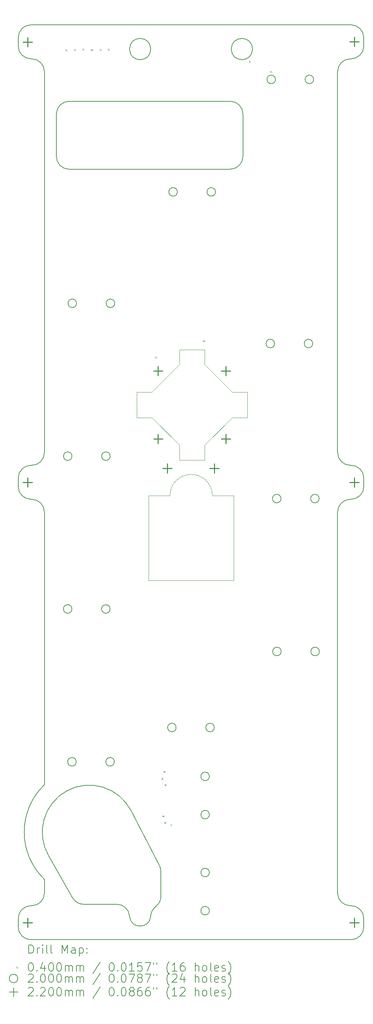
<source format=gbr>
%TF.GenerationSoftware,KiCad,Pcbnew,9.0.1*%
%TF.CreationDate,2025-04-06T17:11:13-07:00*%
%TF.ProjectId,Stationary_X_Panel,53746174-696f-46e6-9172-795f585f5061,1.6*%
%TF.SameCoordinates,Original*%
%TF.FileFunction,Drillmap*%
%TF.FilePolarity,Positive*%
%FSLAX45Y45*%
G04 Gerber Fmt 4.5, Leading zero omitted, Abs format (unit mm)*
G04 Created by KiCad (PCBNEW 9.0.1) date 2025-04-06 17:11:13*
%MOMM*%
%LPD*%
G01*
G04 APERTURE LIST*
%ADD10C,0.200000*%
%ADD11C,0.100000*%
%ADD12C,0.220000*%
G04 APERTURE END LIST*
D10*
X8300000Y-4100000D02*
X8300000Y-5100000D01*
X8300000Y-5100000D02*
G75*
G02*
X8000000Y-5400000I-300000J0D01*
G01*
D11*
X6150000Y-11250000D02*
X6800000Y-11900000D01*
X7400000Y-11900000D02*
X7400000Y-12250000D01*
D10*
X8525000Y-2570000D02*
G75*
G02*
X8025000Y-2570000I-250000J0D01*
G01*
X8025000Y-2570000D02*
G75*
G02*
X8525000Y-2570000I250000J0D01*
G01*
D11*
X6800000Y-12250000D02*
X7400000Y-12250000D01*
D10*
X10532500Y-22450000D02*
X10532500Y-13475000D01*
X10850000Y-12375000D02*
G75*
G02*
X11150000Y-12675000I0J-300000D01*
G01*
X4283606Y-22564417D02*
X3713209Y-21567021D01*
X3300000Y-2800000D02*
X3317500Y-2800000D01*
X6365000Y-21943583D02*
X6365000Y-22528990D01*
X11150000Y-23250000D02*
X11150000Y-23050000D01*
X3617500Y-22127500D02*
X3617500Y-22450000D01*
D11*
X6800000Y-11900000D02*
X6800000Y-12250000D01*
D10*
X11150000Y-12875000D02*
G75*
G02*
X10850000Y-13175000I-300000J0D01*
G01*
D11*
X7400000Y-11900000D02*
X8050000Y-11250000D01*
D10*
X3000000Y-23050000D02*
G75*
G02*
X3300000Y-22750000I300000J0D01*
G01*
X6124638Y-22993448D02*
G75*
G02*
X6244604Y-22769290I299622J-16172D01*
G01*
X10532500Y-3100000D02*
G75*
G02*
X10832500Y-2800000I300000J0D01*
G01*
X3617500Y-22450000D02*
G75*
G02*
X3317500Y-22750000I-300000J0D01*
G01*
X4200000Y-3800000D02*
X8000000Y-3800000D01*
X3300000Y-23550000D02*
G75*
G02*
X3000000Y-23250000I0J300000D01*
G01*
X10532500Y-13475000D02*
G75*
G02*
X10832500Y-13175000I300000J0D01*
G01*
D11*
X6078500Y-15089500D02*
X6078500Y-13089500D01*
D10*
X11150000Y-2500000D02*
X11150000Y-2300000D01*
X10850000Y-2000000D02*
G75*
G02*
X11150000Y-2300000I0J-300000D01*
G01*
X3300000Y-2800000D02*
G75*
G02*
X3000000Y-2500000I0J300000D01*
G01*
D11*
X7400000Y-9650000D02*
X6800000Y-9650000D01*
D10*
X10850000Y-22750000D02*
G75*
G02*
X11150000Y-23050000I0J-300000D01*
G01*
X10850000Y-12375000D02*
X10832500Y-12375000D01*
X3000000Y-12675000D02*
X3000000Y-12875000D01*
X3317500Y-12375000D02*
X3300000Y-12375000D01*
X10832500Y-22750000D02*
G75*
G02*
X10532500Y-22450000I0J300000D01*
G01*
D11*
X6800000Y-10000000D02*
X6150000Y-10650000D01*
D10*
X3000000Y-2300000D02*
G75*
G02*
X3300000Y-2000000I300000J0D01*
G01*
D11*
X8400000Y-11250000D02*
X8400000Y-10650000D01*
X6578500Y-13089500D02*
G75*
G02*
X7578500Y-13089500I500000J0D01*
G01*
D10*
X10832500Y-13175000D02*
X10850000Y-13175000D01*
X10832500Y-12375000D02*
G75*
G02*
X10532500Y-12075000I0J300000D01*
G01*
X10832500Y-2800000D02*
X10850000Y-2800000D01*
X3300000Y-13175000D02*
G75*
G02*
X3000000Y-12875000I0J300000D01*
G01*
X8000000Y-3800000D02*
G75*
G02*
X8300000Y-4100000I0J-300000D01*
G01*
X6365000Y-22528990D02*
G75*
G02*
X6244602Y-22769288I-300000J0D01*
G01*
X8000000Y-5400000D02*
X4200000Y-5400000D01*
D11*
X6800000Y-10000000D02*
X6800000Y-9650000D01*
D10*
X4200000Y-5400000D02*
G75*
G02*
X3900000Y-5100000I0J300000D01*
G01*
D11*
X5800000Y-11250000D02*
X5800000Y-10650000D01*
D10*
X6124638Y-22993448D02*
G75*
G02*
X5625521Y-22996130I-249638J13448D01*
G01*
X3900000Y-4100000D02*
G75*
G02*
X4200000Y-3800000I300000J0D01*
G01*
X3617500Y-12075000D02*
G75*
G02*
X3317500Y-12375000I-300000J0D01*
G01*
X10850000Y-22750000D02*
X10832500Y-22750000D01*
X3617500Y-3100000D02*
X3617500Y-12075000D01*
X11150000Y-12875000D02*
X11150000Y-12675000D01*
X3317500Y-13175000D02*
G75*
G02*
X3617500Y-13475000I0J-300000D01*
G01*
D11*
X8078500Y-13089500D02*
X8078500Y-15089500D01*
X7578500Y-13089500D02*
X8078500Y-13089500D01*
D10*
X3317500Y-22750000D02*
X3300000Y-22750000D01*
X3000000Y-2300000D02*
X3000000Y-2500000D01*
X10532500Y-12075000D02*
X10532500Y-3100000D01*
X5326146Y-22715486D02*
G75*
G02*
X5625521Y-22996130I24J-299974D01*
G01*
X11150000Y-2500000D02*
G75*
G02*
X10850000Y-2800000I-300000J0D01*
G01*
D11*
X6078500Y-13089500D02*
X6578500Y-13089500D01*
D10*
X6125000Y-2570000D02*
G75*
G02*
X5625000Y-2570000I-250000J0D01*
G01*
X5625000Y-2570000D02*
G75*
G02*
X6125000Y-2570000I250000J0D01*
G01*
X5326146Y-22715486D02*
X4544028Y-22715486D01*
D11*
X7400000Y-10000000D02*
X7400000Y-9650000D01*
D10*
X4544028Y-22715486D02*
G75*
G02*
X4283605Y-22564418I2J300006D01*
G01*
X3900000Y-4100000D02*
X3900000Y-5100000D01*
D11*
X8078500Y-15089500D02*
X6078500Y-15089500D01*
X8050000Y-10650000D02*
X7400000Y-10000000D01*
X8050000Y-10650000D02*
X8400000Y-10650000D01*
D10*
X5658777Y-20507316D02*
X6331375Y-21805581D01*
X6331375Y-21805581D02*
G75*
G02*
X6365002Y-21943583I-266425J-138019D01*
G01*
D11*
X5800000Y-10650000D02*
X6150000Y-10650000D01*
D10*
X3000000Y-23050000D02*
X3000000Y-23250000D01*
X3317500Y-2800000D02*
G75*
G02*
X3617500Y-3100000I0J-300000D01*
G01*
X10850000Y-2000000D02*
X3300000Y-2000000D01*
D11*
X8050000Y-11250000D02*
X8400000Y-11250000D01*
X5800000Y-11250000D02*
X6150000Y-11250000D01*
D10*
X3713209Y-21567021D02*
G75*
G02*
X5658777Y-20507316I961791J550035D01*
G01*
X11150000Y-23250000D02*
G75*
G02*
X10850000Y-23550000I-300000J0D01*
G01*
X3300000Y-13175000D02*
X3317500Y-13175000D01*
X3617500Y-22127500D02*
G75*
G02*
X3617500Y-19900000I1064676J1113750D01*
G01*
X3300000Y-23550000D02*
X10850000Y-23550000D01*
X3617500Y-13475000D02*
X3617500Y-19900000D01*
X3000000Y-12675000D02*
G75*
G02*
X3300000Y-12375000I300000J0D01*
G01*
D11*
X4111000Y-2577000D02*
X4151000Y-2617000D01*
X4151000Y-2577000D02*
X4111000Y-2617000D01*
X4314000Y-2568000D02*
X4354000Y-2608000D01*
X4354000Y-2568000D02*
X4314000Y-2608000D01*
X4510000Y-2560000D02*
X4550000Y-2600000D01*
X4550000Y-2560000D02*
X4510000Y-2600000D01*
X4711000Y-2571000D02*
X4751000Y-2611000D01*
X4751000Y-2571000D02*
X4711000Y-2611000D01*
X4914000Y-2568000D02*
X4954000Y-2608000D01*
X4954000Y-2568000D02*
X4914000Y-2608000D01*
X5109000Y-2558000D02*
X5149000Y-2598000D01*
X5149000Y-2558000D02*
X5109000Y-2598000D01*
X6229000Y-9814000D02*
X6269000Y-9854000D01*
X6269000Y-9814000D02*
X6229000Y-9854000D01*
X6378000Y-19738000D02*
X6418000Y-19778000D01*
X6418000Y-19738000D02*
X6378000Y-19778000D01*
X6397800Y-20622200D02*
X6437800Y-20662200D01*
X6437800Y-20622200D02*
X6397800Y-20662200D01*
X6421000Y-19572000D02*
X6461000Y-19612000D01*
X6461000Y-19572000D02*
X6421000Y-19612000D01*
X6439800Y-20775200D02*
X6479800Y-20815200D01*
X6479800Y-20775200D02*
X6439800Y-20815200D01*
X6449000Y-19885000D02*
X6489000Y-19925000D01*
X6489000Y-19885000D02*
X6449000Y-19925000D01*
X6589800Y-20826200D02*
X6629800Y-20866200D01*
X6629800Y-20826200D02*
X6589800Y-20866200D01*
X7356000Y-9430000D02*
X7396000Y-9470000D01*
X7396000Y-9430000D02*
X7356000Y-9470000D01*
X8439000Y-2849500D02*
X8479000Y-2889500D01*
X8479000Y-2849500D02*
X8439000Y-2889500D01*
X8936000Y-3085000D02*
X8976000Y-3125000D01*
X8976000Y-3085000D02*
X8936000Y-3125000D01*
D10*
X4266500Y-15759500D02*
G75*
G02*
X4066500Y-15759500I-100000J0D01*
G01*
X4066500Y-15759500D02*
G75*
G02*
X4266500Y-15759500I100000J0D01*
G01*
X4268000Y-12159500D02*
G75*
G02*
X4068000Y-12159500I-100000J0D01*
G01*
X4068000Y-12159500D02*
G75*
G02*
X4268000Y-12159500I100000J0D01*
G01*
X4366500Y-19359500D02*
G75*
G02*
X4166500Y-19359500I-100000J0D01*
G01*
X4166500Y-19359500D02*
G75*
G02*
X4366500Y-19359500I100000J0D01*
G01*
X4375000Y-8559500D02*
G75*
G02*
X4175000Y-8559500I-100000J0D01*
G01*
X4175000Y-8559500D02*
G75*
G02*
X4375000Y-8559500I100000J0D01*
G01*
X5166500Y-15759500D02*
G75*
G02*
X4966500Y-15759500I-100000J0D01*
G01*
X4966500Y-15759500D02*
G75*
G02*
X5166500Y-15759500I100000J0D01*
G01*
X5168000Y-12159500D02*
G75*
G02*
X4968000Y-12159500I-100000J0D01*
G01*
X4968000Y-12159500D02*
G75*
G02*
X5168000Y-12159500I100000J0D01*
G01*
X5266500Y-19359500D02*
G75*
G02*
X5066500Y-19359500I-100000J0D01*
G01*
X5066500Y-19359500D02*
G75*
G02*
X5266500Y-19359500I100000J0D01*
G01*
X5275000Y-8559500D02*
G75*
G02*
X5075000Y-8559500I-100000J0D01*
G01*
X5075000Y-8559500D02*
G75*
G02*
X5275000Y-8559500I100000J0D01*
G01*
X6724000Y-18552000D02*
G75*
G02*
X6524000Y-18552000I-100000J0D01*
G01*
X6524000Y-18552000D02*
G75*
G02*
X6724000Y-18552000I100000J0D01*
G01*
X6752500Y-5934500D02*
G75*
G02*
X6552500Y-5934500I-100000J0D01*
G01*
X6552500Y-5934500D02*
G75*
G02*
X6752500Y-5934500I100000J0D01*
G01*
X7508000Y-19703000D02*
G75*
G02*
X7308000Y-19703000I-100000J0D01*
G01*
X7308000Y-19703000D02*
G75*
G02*
X7508000Y-19703000I100000J0D01*
G01*
X7508000Y-20603000D02*
G75*
G02*
X7308000Y-20603000I-100000J0D01*
G01*
X7308000Y-20603000D02*
G75*
G02*
X7508000Y-20603000I100000J0D01*
G01*
X7508000Y-21967000D02*
G75*
G02*
X7308000Y-21967000I-100000J0D01*
G01*
X7308000Y-21967000D02*
G75*
G02*
X7508000Y-21967000I100000J0D01*
G01*
X7508000Y-22867000D02*
G75*
G02*
X7308000Y-22867000I-100000J0D01*
G01*
X7308000Y-22867000D02*
G75*
G02*
X7508000Y-22867000I100000J0D01*
G01*
X7624000Y-18552000D02*
G75*
G02*
X7424000Y-18552000I-100000J0D01*
G01*
X7424000Y-18552000D02*
G75*
G02*
X7624000Y-18552000I100000J0D01*
G01*
X7652500Y-5934500D02*
G75*
G02*
X7452500Y-5934500I-100000J0D01*
G01*
X7452500Y-5934500D02*
G75*
G02*
X7652500Y-5934500I100000J0D01*
G01*
X9045000Y-9507000D02*
G75*
G02*
X8845000Y-9507000I-100000J0D01*
G01*
X8845000Y-9507000D02*
G75*
G02*
X9045000Y-9507000I100000J0D01*
G01*
X9066500Y-3284500D02*
G75*
G02*
X8866500Y-3284500I-100000J0D01*
G01*
X8866500Y-3284500D02*
G75*
G02*
X9066500Y-3284500I100000J0D01*
G01*
X9197000Y-13159000D02*
G75*
G02*
X8997000Y-13159000I-100000J0D01*
G01*
X8997000Y-13159000D02*
G75*
G02*
X9197000Y-13159000I100000J0D01*
G01*
X9202000Y-16761000D02*
G75*
G02*
X9002000Y-16761000I-100000J0D01*
G01*
X9002000Y-16761000D02*
G75*
G02*
X9202000Y-16761000I100000J0D01*
G01*
X9945000Y-9507000D02*
G75*
G02*
X9745000Y-9507000I-100000J0D01*
G01*
X9745000Y-9507000D02*
G75*
G02*
X9945000Y-9507000I100000J0D01*
G01*
X9966500Y-3284500D02*
G75*
G02*
X9766500Y-3284500I-100000J0D01*
G01*
X9766500Y-3284500D02*
G75*
G02*
X9966500Y-3284500I100000J0D01*
G01*
X10097000Y-13159000D02*
G75*
G02*
X9897000Y-13159000I-100000J0D01*
G01*
X9897000Y-13159000D02*
G75*
G02*
X10097000Y-13159000I100000J0D01*
G01*
X10102000Y-16761000D02*
G75*
G02*
X9902000Y-16761000I-100000J0D01*
G01*
X9902000Y-16761000D02*
G75*
G02*
X10102000Y-16761000I100000J0D01*
G01*
D12*
X3224000Y-12665000D02*
X3224000Y-12885000D01*
X3114000Y-12775000D02*
X3334000Y-12775000D01*
X3225000Y-2291000D02*
X3225000Y-2511000D01*
X3115000Y-2401000D02*
X3335000Y-2401000D01*
X3226000Y-23041000D02*
X3226000Y-23261000D01*
X3116000Y-23151000D02*
X3336000Y-23151000D01*
X6300000Y-10040000D02*
X6300000Y-10260000D01*
X6190000Y-10150000D02*
X6410000Y-10150000D01*
X6300000Y-11640000D02*
X6300000Y-11860000D01*
X6190000Y-11750000D02*
X6410000Y-11750000D01*
X6516500Y-12332500D02*
X6516500Y-12552500D01*
X6406500Y-12442500D02*
X6626500Y-12442500D01*
X7626500Y-12332500D02*
X7626500Y-12552500D01*
X7516500Y-12442500D02*
X7736500Y-12442500D01*
X7900000Y-10040000D02*
X7900000Y-10260000D01*
X7790000Y-10150000D02*
X8010000Y-10150000D01*
X7900000Y-11640000D02*
X7900000Y-11860000D01*
X7790000Y-11750000D02*
X8010000Y-11750000D01*
X10924000Y-12666000D02*
X10924000Y-12886000D01*
X10814000Y-12776000D02*
X11034000Y-12776000D01*
X10924000Y-23040000D02*
X10924000Y-23260000D01*
X10814000Y-23150000D02*
X11034000Y-23150000D01*
X10926000Y-2290000D02*
X10926000Y-2510000D01*
X10816000Y-2400000D02*
X11036000Y-2400000D01*
D10*
X3250777Y-23871484D02*
X3250777Y-23671484D01*
X3250777Y-23671484D02*
X3298396Y-23671484D01*
X3298396Y-23671484D02*
X3326967Y-23681008D01*
X3326967Y-23681008D02*
X3346015Y-23700055D01*
X3346015Y-23700055D02*
X3355539Y-23719103D01*
X3355539Y-23719103D02*
X3365062Y-23757198D01*
X3365062Y-23757198D02*
X3365062Y-23785769D01*
X3365062Y-23785769D02*
X3355539Y-23823865D01*
X3355539Y-23823865D02*
X3346015Y-23842912D01*
X3346015Y-23842912D02*
X3326967Y-23861960D01*
X3326967Y-23861960D02*
X3298396Y-23871484D01*
X3298396Y-23871484D02*
X3250777Y-23871484D01*
X3450777Y-23871484D02*
X3450777Y-23738150D01*
X3450777Y-23776246D02*
X3460301Y-23757198D01*
X3460301Y-23757198D02*
X3469824Y-23747674D01*
X3469824Y-23747674D02*
X3488872Y-23738150D01*
X3488872Y-23738150D02*
X3507920Y-23738150D01*
X3574586Y-23871484D02*
X3574586Y-23738150D01*
X3574586Y-23671484D02*
X3565062Y-23681008D01*
X3565062Y-23681008D02*
X3574586Y-23690531D01*
X3574586Y-23690531D02*
X3584110Y-23681008D01*
X3584110Y-23681008D02*
X3574586Y-23671484D01*
X3574586Y-23671484D02*
X3574586Y-23690531D01*
X3698396Y-23871484D02*
X3679348Y-23861960D01*
X3679348Y-23861960D02*
X3669824Y-23842912D01*
X3669824Y-23842912D02*
X3669824Y-23671484D01*
X3803158Y-23871484D02*
X3784110Y-23861960D01*
X3784110Y-23861960D02*
X3774586Y-23842912D01*
X3774586Y-23842912D02*
X3774586Y-23671484D01*
X4031729Y-23871484D02*
X4031729Y-23671484D01*
X4031729Y-23671484D02*
X4098396Y-23814341D01*
X4098396Y-23814341D02*
X4165062Y-23671484D01*
X4165062Y-23671484D02*
X4165062Y-23871484D01*
X4346015Y-23871484D02*
X4346015Y-23766722D01*
X4346015Y-23766722D02*
X4336491Y-23747674D01*
X4336491Y-23747674D02*
X4317444Y-23738150D01*
X4317444Y-23738150D02*
X4279348Y-23738150D01*
X4279348Y-23738150D02*
X4260301Y-23747674D01*
X4346015Y-23861960D02*
X4326967Y-23871484D01*
X4326967Y-23871484D02*
X4279348Y-23871484D01*
X4279348Y-23871484D02*
X4260301Y-23861960D01*
X4260301Y-23861960D02*
X4250777Y-23842912D01*
X4250777Y-23842912D02*
X4250777Y-23823865D01*
X4250777Y-23823865D02*
X4260301Y-23804817D01*
X4260301Y-23804817D02*
X4279348Y-23795293D01*
X4279348Y-23795293D02*
X4326967Y-23795293D01*
X4326967Y-23795293D02*
X4346015Y-23785769D01*
X4441253Y-23738150D02*
X4441253Y-23938150D01*
X4441253Y-23747674D02*
X4460301Y-23738150D01*
X4460301Y-23738150D02*
X4498396Y-23738150D01*
X4498396Y-23738150D02*
X4517444Y-23747674D01*
X4517444Y-23747674D02*
X4526967Y-23757198D01*
X4526967Y-23757198D02*
X4536491Y-23776246D01*
X4536491Y-23776246D02*
X4536491Y-23833388D01*
X4536491Y-23833388D02*
X4526967Y-23852436D01*
X4526967Y-23852436D02*
X4517444Y-23861960D01*
X4517444Y-23861960D02*
X4498396Y-23871484D01*
X4498396Y-23871484D02*
X4460301Y-23871484D01*
X4460301Y-23871484D02*
X4441253Y-23861960D01*
X4622205Y-23852436D02*
X4631729Y-23861960D01*
X4631729Y-23861960D02*
X4622205Y-23871484D01*
X4622205Y-23871484D02*
X4612682Y-23861960D01*
X4612682Y-23861960D02*
X4622205Y-23852436D01*
X4622205Y-23852436D02*
X4622205Y-23871484D01*
X4622205Y-23747674D02*
X4631729Y-23757198D01*
X4631729Y-23757198D02*
X4622205Y-23766722D01*
X4622205Y-23766722D02*
X4612682Y-23757198D01*
X4612682Y-23757198D02*
X4622205Y-23747674D01*
X4622205Y-23747674D02*
X4622205Y-23766722D01*
D11*
X2950000Y-24180000D02*
X2990000Y-24220000D01*
X2990000Y-24180000D02*
X2950000Y-24220000D01*
D10*
X3288872Y-24091484D02*
X3307920Y-24091484D01*
X3307920Y-24091484D02*
X3326967Y-24101008D01*
X3326967Y-24101008D02*
X3336491Y-24110531D01*
X3336491Y-24110531D02*
X3346015Y-24129579D01*
X3346015Y-24129579D02*
X3355539Y-24167674D01*
X3355539Y-24167674D02*
X3355539Y-24215293D01*
X3355539Y-24215293D02*
X3346015Y-24253388D01*
X3346015Y-24253388D02*
X3336491Y-24272436D01*
X3336491Y-24272436D02*
X3326967Y-24281960D01*
X3326967Y-24281960D02*
X3307920Y-24291484D01*
X3307920Y-24291484D02*
X3288872Y-24291484D01*
X3288872Y-24291484D02*
X3269824Y-24281960D01*
X3269824Y-24281960D02*
X3260301Y-24272436D01*
X3260301Y-24272436D02*
X3250777Y-24253388D01*
X3250777Y-24253388D02*
X3241253Y-24215293D01*
X3241253Y-24215293D02*
X3241253Y-24167674D01*
X3241253Y-24167674D02*
X3250777Y-24129579D01*
X3250777Y-24129579D02*
X3260301Y-24110531D01*
X3260301Y-24110531D02*
X3269824Y-24101008D01*
X3269824Y-24101008D02*
X3288872Y-24091484D01*
X3441253Y-24272436D02*
X3450777Y-24281960D01*
X3450777Y-24281960D02*
X3441253Y-24291484D01*
X3441253Y-24291484D02*
X3431729Y-24281960D01*
X3431729Y-24281960D02*
X3441253Y-24272436D01*
X3441253Y-24272436D02*
X3441253Y-24291484D01*
X3622205Y-24158150D02*
X3622205Y-24291484D01*
X3574586Y-24081960D02*
X3526967Y-24224817D01*
X3526967Y-24224817D02*
X3650777Y-24224817D01*
X3765062Y-24091484D02*
X3784110Y-24091484D01*
X3784110Y-24091484D02*
X3803158Y-24101008D01*
X3803158Y-24101008D02*
X3812682Y-24110531D01*
X3812682Y-24110531D02*
X3822205Y-24129579D01*
X3822205Y-24129579D02*
X3831729Y-24167674D01*
X3831729Y-24167674D02*
X3831729Y-24215293D01*
X3831729Y-24215293D02*
X3822205Y-24253388D01*
X3822205Y-24253388D02*
X3812682Y-24272436D01*
X3812682Y-24272436D02*
X3803158Y-24281960D01*
X3803158Y-24281960D02*
X3784110Y-24291484D01*
X3784110Y-24291484D02*
X3765062Y-24291484D01*
X3765062Y-24291484D02*
X3746015Y-24281960D01*
X3746015Y-24281960D02*
X3736491Y-24272436D01*
X3736491Y-24272436D02*
X3726967Y-24253388D01*
X3726967Y-24253388D02*
X3717443Y-24215293D01*
X3717443Y-24215293D02*
X3717443Y-24167674D01*
X3717443Y-24167674D02*
X3726967Y-24129579D01*
X3726967Y-24129579D02*
X3736491Y-24110531D01*
X3736491Y-24110531D02*
X3746015Y-24101008D01*
X3746015Y-24101008D02*
X3765062Y-24091484D01*
X3955539Y-24091484D02*
X3974586Y-24091484D01*
X3974586Y-24091484D02*
X3993634Y-24101008D01*
X3993634Y-24101008D02*
X4003158Y-24110531D01*
X4003158Y-24110531D02*
X4012682Y-24129579D01*
X4012682Y-24129579D02*
X4022205Y-24167674D01*
X4022205Y-24167674D02*
X4022205Y-24215293D01*
X4022205Y-24215293D02*
X4012682Y-24253388D01*
X4012682Y-24253388D02*
X4003158Y-24272436D01*
X4003158Y-24272436D02*
X3993634Y-24281960D01*
X3993634Y-24281960D02*
X3974586Y-24291484D01*
X3974586Y-24291484D02*
X3955539Y-24291484D01*
X3955539Y-24291484D02*
X3936491Y-24281960D01*
X3936491Y-24281960D02*
X3926967Y-24272436D01*
X3926967Y-24272436D02*
X3917443Y-24253388D01*
X3917443Y-24253388D02*
X3907920Y-24215293D01*
X3907920Y-24215293D02*
X3907920Y-24167674D01*
X3907920Y-24167674D02*
X3917443Y-24129579D01*
X3917443Y-24129579D02*
X3926967Y-24110531D01*
X3926967Y-24110531D02*
X3936491Y-24101008D01*
X3936491Y-24101008D02*
X3955539Y-24091484D01*
X4107920Y-24291484D02*
X4107920Y-24158150D01*
X4107920Y-24177198D02*
X4117443Y-24167674D01*
X4117443Y-24167674D02*
X4136491Y-24158150D01*
X4136491Y-24158150D02*
X4165063Y-24158150D01*
X4165063Y-24158150D02*
X4184110Y-24167674D01*
X4184110Y-24167674D02*
X4193634Y-24186722D01*
X4193634Y-24186722D02*
X4193634Y-24291484D01*
X4193634Y-24186722D02*
X4203158Y-24167674D01*
X4203158Y-24167674D02*
X4222205Y-24158150D01*
X4222205Y-24158150D02*
X4250777Y-24158150D01*
X4250777Y-24158150D02*
X4269825Y-24167674D01*
X4269825Y-24167674D02*
X4279348Y-24186722D01*
X4279348Y-24186722D02*
X4279348Y-24291484D01*
X4374586Y-24291484D02*
X4374586Y-24158150D01*
X4374586Y-24177198D02*
X4384110Y-24167674D01*
X4384110Y-24167674D02*
X4403158Y-24158150D01*
X4403158Y-24158150D02*
X4431729Y-24158150D01*
X4431729Y-24158150D02*
X4450777Y-24167674D01*
X4450777Y-24167674D02*
X4460301Y-24186722D01*
X4460301Y-24186722D02*
X4460301Y-24291484D01*
X4460301Y-24186722D02*
X4469825Y-24167674D01*
X4469825Y-24167674D02*
X4488872Y-24158150D01*
X4488872Y-24158150D02*
X4517444Y-24158150D01*
X4517444Y-24158150D02*
X4536491Y-24167674D01*
X4536491Y-24167674D02*
X4546015Y-24186722D01*
X4546015Y-24186722D02*
X4546015Y-24291484D01*
X4936491Y-24081960D02*
X4765063Y-24339103D01*
X5193634Y-24091484D02*
X5212682Y-24091484D01*
X5212682Y-24091484D02*
X5231729Y-24101008D01*
X5231729Y-24101008D02*
X5241253Y-24110531D01*
X5241253Y-24110531D02*
X5250777Y-24129579D01*
X5250777Y-24129579D02*
X5260301Y-24167674D01*
X5260301Y-24167674D02*
X5260301Y-24215293D01*
X5260301Y-24215293D02*
X5250777Y-24253388D01*
X5250777Y-24253388D02*
X5241253Y-24272436D01*
X5241253Y-24272436D02*
X5231729Y-24281960D01*
X5231729Y-24281960D02*
X5212682Y-24291484D01*
X5212682Y-24291484D02*
X5193634Y-24291484D01*
X5193634Y-24291484D02*
X5174587Y-24281960D01*
X5174587Y-24281960D02*
X5165063Y-24272436D01*
X5165063Y-24272436D02*
X5155539Y-24253388D01*
X5155539Y-24253388D02*
X5146015Y-24215293D01*
X5146015Y-24215293D02*
X5146015Y-24167674D01*
X5146015Y-24167674D02*
X5155539Y-24129579D01*
X5155539Y-24129579D02*
X5165063Y-24110531D01*
X5165063Y-24110531D02*
X5174587Y-24101008D01*
X5174587Y-24101008D02*
X5193634Y-24091484D01*
X5346015Y-24272436D02*
X5355539Y-24281960D01*
X5355539Y-24281960D02*
X5346015Y-24291484D01*
X5346015Y-24291484D02*
X5336491Y-24281960D01*
X5336491Y-24281960D02*
X5346015Y-24272436D01*
X5346015Y-24272436D02*
X5346015Y-24291484D01*
X5479348Y-24091484D02*
X5498396Y-24091484D01*
X5498396Y-24091484D02*
X5517444Y-24101008D01*
X5517444Y-24101008D02*
X5526968Y-24110531D01*
X5526968Y-24110531D02*
X5536491Y-24129579D01*
X5536491Y-24129579D02*
X5546015Y-24167674D01*
X5546015Y-24167674D02*
X5546015Y-24215293D01*
X5546015Y-24215293D02*
X5536491Y-24253388D01*
X5536491Y-24253388D02*
X5526968Y-24272436D01*
X5526968Y-24272436D02*
X5517444Y-24281960D01*
X5517444Y-24281960D02*
X5498396Y-24291484D01*
X5498396Y-24291484D02*
X5479348Y-24291484D01*
X5479348Y-24291484D02*
X5460301Y-24281960D01*
X5460301Y-24281960D02*
X5450777Y-24272436D01*
X5450777Y-24272436D02*
X5441253Y-24253388D01*
X5441253Y-24253388D02*
X5431729Y-24215293D01*
X5431729Y-24215293D02*
X5431729Y-24167674D01*
X5431729Y-24167674D02*
X5441253Y-24129579D01*
X5441253Y-24129579D02*
X5450777Y-24110531D01*
X5450777Y-24110531D02*
X5460301Y-24101008D01*
X5460301Y-24101008D02*
X5479348Y-24091484D01*
X5736491Y-24291484D02*
X5622206Y-24291484D01*
X5679348Y-24291484D02*
X5679348Y-24091484D01*
X5679348Y-24091484D02*
X5660301Y-24120055D01*
X5660301Y-24120055D02*
X5641253Y-24139103D01*
X5641253Y-24139103D02*
X5622206Y-24148627D01*
X5917444Y-24091484D02*
X5822206Y-24091484D01*
X5822206Y-24091484D02*
X5812682Y-24186722D01*
X5812682Y-24186722D02*
X5822206Y-24177198D01*
X5822206Y-24177198D02*
X5841253Y-24167674D01*
X5841253Y-24167674D02*
X5888872Y-24167674D01*
X5888872Y-24167674D02*
X5907920Y-24177198D01*
X5907920Y-24177198D02*
X5917444Y-24186722D01*
X5917444Y-24186722D02*
X5926967Y-24205769D01*
X5926967Y-24205769D02*
X5926967Y-24253388D01*
X5926967Y-24253388D02*
X5917444Y-24272436D01*
X5917444Y-24272436D02*
X5907920Y-24281960D01*
X5907920Y-24281960D02*
X5888872Y-24291484D01*
X5888872Y-24291484D02*
X5841253Y-24291484D01*
X5841253Y-24291484D02*
X5822206Y-24281960D01*
X5822206Y-24281960D02*
X5812682Y-24272436D01*
X5993634Y-24091484D02*
X6126967Y-24091484D01*
X6126967Y-24091484D02*
X6041253Y-24291484D01*
X6193634Y-24091484D02*
X6193634Y-24129579D01*
X6269825Y-24091484D02*
X6269825Y-24129579D01*
X6565063Y-24367674D02*
X6555539Y-24358150D01*
X6555539Y-24358150D02*
X6536491Y-24329579D01*
X6536491Y-24329579D02*
X6526968Y-24310531D01*
X6526968Y-24310531D02*
X6517444Y-24281960D01*
X6517444Y-24281960D02*
X6507920Y-24234341D01*
X6507920Y-24234341D02*
X6507920Y-24196246D01*
X6507920Y-24196246D02*
X6517444Y-24148627D01*
X6517444Y-24148627D02*
X6526968Y-24120055D01*
X6526968Y-24120055D02*
X6536491Y-24101008D01*
X6536491Y-24101008D02*
X6555539Y-24072436D01*
X6555539Y-24072436D02*
X6565063Y-24062912D01*
X6746015Y-24291484D02*
X6631729Y-24291484D01*
X6688872Y-24291484D02*
X6688872Y-24091484D01*
X6688872Y-24091484D02*
X6669825Y-24120055D01*
X6669825Y-24120055D02*
X6650777Y-24139103D01*
X6650777Y-24139103D02*
X6631729Y-24148627D01*
X6917444Y-24091484D02*
X6879348Y-24091484D01*
X6879348Y-24091484D02*
X6860301Y-24101008D01*
X6860301Y-24101008D02*
X6850777Y-24110531D01*
X6850777Y-24110531D02*
X6831729Y-24139103D01*
X6831729Y-24139103D02*
X6822206Y-24177198D01*
X6822206Y-24177198D02*
X6822206Y-24253388D01*
X6822206Y-24253388D02*
X6831729Y-24272436D01*
X6831729Y-24272436D02*
X6841253Y-24281960D01*
X6841253Y-24281960D02*
X6860301Y-24291484D01*
X6860301Y-24291484D02*
X6898396Y-24291484D01*
X6898396Y-24291484D02*
X6917444Y-24281960D01*
X6917444Y-24281960D02*
X6926968Y-24272436D01*
X6926968Y-24272436D02*
X6936491Y-24253388D01*
X6936491Y-24253388D02*
X6936491Y-24205769D01*
X6936491Y-24205769D02*
X6926968Y-24186722D01*
X6926968Y-24186722D02*
X6917444Y-24177198D01*
X6917444Y-24177198D02*
X6898396Y-24167674D01*
X6898396Y-24167674D02*
X6860301Y-24167674D01*
X6860301Y-24167674D02*
X6841253Y-24177198D01*
X6841253Y-24177198D02*
X6831729Y-24186722D01*
X6831729Y-24186722D02*
X6822206Y-24205769D01*
X7174587Y-24291484D02*
X7174587Y-24091484D01*
X7260301Y-24291484D02*
X7260301Y-24186722D01*
X7260301Y-24186722D02*
X7250777Y-24167674D01*
X7250777Y-24167674D02*
X7231730Y-24158150D01*
X7231730Y-24158150D02*
X7203158Y-24158150D01*
X7203158Y-24158150D02*
X7184110Y-24167674D01*
X7184110Y-24167674D02*
X7174587Y-24177198D01*
X7384110Y-24291484D02*
X7365063Y-24281960D01*
X7365063Y-24281960D02*
X7355539Y-24272436D01*
X7355539Y-24272436D02*
X7346015Y-24253388D01*
X7346015Y-24253388D02*
X7346015Y-24196246D01*
X7346015Y-24196246D02*
X7355539Y-24177198D01*
X7355539Y-24177198D02*
X7365063Y-24167674D01*
X7365063Y-24167674D02*
X7384110Y-24158150D01*
X7384110Y-24158150D02*
X7412682Y-24158150D01*
X7412682Y-24158150D02*
X7431730Y-24167674D01*
X7431730Y-24167674D02*
X7441253Y-24177198D01*
X7441253Y-24177198D02*
X7450777Y-24196246D01*
X7450777Y-24196246D02*
X7450777Y-24253388D01*
X7450777Y-24253388D02*
X7441253Y-24272436D01*
X7441253Y-24272436D02*
X7431730Y-24281960D01*
X7431730Y-24281960D02*
X7412682Y-24291484D01*
X7412682Y-24291484D02*
X7384110Y-24291484D01*
X7565063Y-24291484D02*
X7546015Y-24281960D01*
X7546015Y-24281960D02*
X7536491Y-24262912D01*
X7536491Y-24262912D02*
X7536491Y-24091484D01*
X7717444Y-24281960D02*
X7698396Y-24291484D01*
X7698396Y-24291484D02*
X7660301Y-24291484D01*
X7660301Y-24291484D02*
X7641253Y-24281960D01*
X7641253Y-24281960D02*
X7631730Y-24262912D01*
X7631730Y-24262912D02*
X7631730Y-24186722D01*
X7631730Y-24186722D02*
X7641253Y-24167674D01*
X7641253Y-24167674D02*
X7660301Y-24158150D01*
X7660301Y-24158150D02*
X7698396Y-24158150D01*
X7698396Y-24158150D02*
X7717444Y-24167674D01*
X7717444Y-24167674D02*
X7726968Y-24186722D01*
X7726968Y-24186722D02*
X7726968Y-24205769D01*
X7726968Y-24205769D02*
X7631730Y-24224817D01*
X7803158Y-24281960D02*
X7822206Y-24291484D01*
X7822206Y-24291484D02*
X7860301Y-24291484D01*
X7860301Y-24291484D02*
X7879349Y-24281960D01*
X7879349Y-24281960D02*
X7888872Y-24262912D01*
X7888872Y-24262912D02*
X7888872Y-24253388D01*
X7888872Y-24253388D02*
X7879349Y-24234341D01*
X7879349Y-24234341D02*
X7860301Y-24224817D01*
X7860301Y-24224817D02*
X7831730Y-24224817D01*
X7831730Y-24224817D02*
X7812682Y-24215293D01*
X7812682Y-24215293D02*
X7803158Y-24196246D01*
X7803158Y-24196246D02*
X7803158Y-24186722D01*
X7803158Y-24186722D02*
X7812682Y-24167674D01*
X7812682Y-24167674D02*
X7831730Y-24158150D01*
X7831730Y-24158150D02*
X7860301Y-24158150D01*
X7860301Y-24158150D02*
X7879349Y-24167674D01*
X7955539Y-24367674D02*
X7965063Y-24358150D01*
X7965063Y-24358150D02*
X7984111Y-24329579D01*
X7984111Y-24329579D02*
X7993634Y-24310531D01*
X7993634Y-24310531D02*
X8003158Y-24281960D01*
X8003158Y-24281960D02*
X8012682Y-24234341D01*
X8012682Y-24234341D02*
X8012682Y-24196246D01*
X8012682Y-24196246D02*
X8003158Y-24148627D01*
X8003158Y-24148627D02*
X7993634Y-24120055D01*
X7993634Y-24120055D02*
X7984111Y-24101008D01*
X7984111Y-24101008D02*
X7965063Y-24072436D01*
X7965063Y-24072436D02*
X7955539Y-24062912D01*
X2990000Y-24464000D02*
G75*
G02*
X2790000Y-24464000I-100000J0D01*
G01*
X2790000Y-24464000D02*
G75*
G02*
X2990000Y-24464000I100000J0D01*
G01*
X3241253Y-24374531D02*
X3250777Y-24365008D01*
X3250777Y-24365008D02*
X3269824Y-24355484D01*
X3269824Y-24355484D02*
X3317443Y-24355484D01*
X3317443Y-24355484D02*
X3336491Y-24365008D01*
X3336491Y-24365008D02*
X3346015Y-24374531D01*
X3346015Y-24374531D02*
X3355539Y-24393579D01*
X3355539Y-24393579D02*
X3355539Y-24412627D01*
X3355539Y-24412627D02*
X3346015Y-24441198D01*
X3346015Y-24441198D02*
X3231729Y-24555484D01*
X3231729Y-24555484D02*
X3355539Y-24555484D01*
X3441253Y-24536436D02*
X3450777Y-24545960D01*
X3450777Y-24545960D02*
X3441253Y-24555484D01*
X3441253Y-24555484D02*
X3431729Y-24545960D01*
X3431729Y-24545960D02*
X3441253Y-24536436D01*
X3441253Y-24536436D02*
X3441253Y-24555484D01*
X3574586Y-24355484D02*
X3593634Y-24355484D01*
X3593634Y-24355484D02*
X3612682Y-24365008D01*
X3612682Y-24365008D02*
X3622205Y-24374531D01*
X3622205Y-24374531D02*
X3631729Y-24393579D01*
X3631729Y-24393579D02*
X3641253Y-24431674D01*
X3641253Y-24431674D02*
X3641253Y-24479293D01*
X3641253Y-24479293D02*
X3631729Y-24517388D01*
X3631729Y-24517388D02*
X3622205Y-24536436D01*
X3622205Y-24536436D02*
X3612682Y-24545960D01*
X3612682Y-24545960D02*
X3593634Y-24555484D01*
X3593634Y-24555484D02*
X3574586Y-24555484D01*
X3574586Y-24555484D02*
X3555539Y-24545960D01*
X3555539Y-24545960D02*
X3546015Y-24536436D01*
X3546015Y-24536436D02*
X3536491Y-24517388D01*
X3536491Y-24517388D02*
X3526967Y-24479293D01*
X3526967Y-24479293D02*
X3526967Y-24431674D01*
X3526967Y-24431674D02*
X3536491Y-24393579D01*
X3536491Y-24393579D02*
X3546015Y-24374531D01*
X3546015Y-24374531D02*
X3555539Y-24365008D01*
X3555539Y-24365008D02*
X3574586Y-24355484D01*
X3765062Y-24355484D02*
X3784110Y-24355484D01*
X3784110Y-24355484D02*
X3803158Y-24365008D01*
X3803158Y-24365008D02*
X3812682Y-24374531D01*
X3812682Y-24374531D02*
X3822205Y-24393579D01*
X3822205Y-24393579D02*
X3831729Y-24431674D01*
X3831729Y-24431674D02*
X3831729Y-24479293D01*
X3831729Y-24479293D02*
X3822205Y-24517388D01*
X3822205Y-24517388D02*
X3812682Y-24536436D01*
X3812682Y-24536436D02*
X3803158Y-24545960D01*
X3803158Y-24545960D02*
X3784110Y-24555484D01*
X3784110Y-24555484D02*
X3765062Y-24555484D01*
X3765062Y-24555484D02*
X3746015Y-24545960D01*
X3746015Y-24545960D02*
X3736491Y-24536436D01*
X3736491Y-24536436D02*
X3726967Y-24517388D01*
X3726967Y-24517388D02*
X3717443Y-24479293D01*
X3717443Y-24479293D02*
X3717443Y-24431674D01*
X3717443Y-24431674D02*
X3726967Y-24393579D01*
X3726967Y-24393579D02*
X3736491Y-24374531D01*
X3736491Y-24374531D02*
X3746015Y-24365008D01*
X3746015Y-24365008D02*
X3765062Y-24355484D01*
X3955539Y-24355484D02*
X3974586Y-24355484D01*
X3974586Y-24355484D02*
X3993634Y-24365008D01*
X3993634Y-24365008D02*
X4003158Y-24374531D01*
X4003158Y-24374531D02*
X4012682Y-24393579D01*
X4012682Y-24393579D02*
X4022205Y-24431674D01*
X4022205Y-24431674D02*
X4022205Y-24479293D01*
X4022205Y-24479293D02*
X4012682Y-24517388D01*
X4012682Y-24517388D02*
X4003158Y-24536436D01*
X4003158Y-24536436D02*
X3993634Y-24545960D01*
X3993634Y-24545960D02*
X3974586Y-24555484D01*
X3974586Y-24555484D02*
X3955539Y-24555484D01*
X3955539Y-24555484D02*
X3936491Y-24545960D01*
X3936491Y-24545960D02*
X3926967Y-24536436D01*
X3926967Y-24536436D02*
X3917443Y-24517388D01*
X3917443Y-24517388D02*
X3907920Y-24479293D01*
X3907920Y-24479293D02*
X3907920Y-24431674D01*
X3907920Y-24431674D02*
X3917443Y-24393579D01*
X3917443Y-24393579D02*
X3926967Y-24374531D01*
X3926967Y-24374531D02*
X3936491Y-24365008D01*
X3936491Y-24365008D02*
X3955539Y-24355484D01*
X4107920Y-24555484D02*
X4107920Y-24422150D01*
X4107920Y-24441198D02*
X4117443Y-24431674D01*
X4117443Y-24431674D02*
X4136491Y-24422150D01*
X4136491Y-24422150D02*
X4165063Y-24422150D01*
X4165063Y-24422150D02*
X4184110Y-24431674D01*
X4184110Y-24431674D02*
X4193634Y-24450722D01*
X4193634Y-24450722D02*
X4193634Y-24555484D01*
X4193634Y-24450722D02*
X4203158Y-24431674D01*
X4203158Y-24431674D02*
X4222205Y-24422150D01*
X4222205Y-24422150D02*
X4250777Y-24422150D01*
X4250777Y-24422150D02*
X4269825Y-24431674D01*
X4269825Y-24431674D02*
X4279348Y-24450722D01*
X4279348Y-24450722D02*
X4279348Y-24555484D01*
X4374586Y-24555484D02*
X4374586Y-24422150D01*
X4374586Y-24441198D02*
X4384110Y-24431674D01*
X4384110Y-24431674D02*
X4403158Y-24422150D01*
X4403158Y-24422150D02*
X4431729Y-24422150D01*
X4431729Y-24422150D02*
X4450777Y-24431674D01*
X4450777Y-24431674D02*
X4460301Y-24450722D01*
X4460301Y-24450722D02*
X4460301Y-24555484D01*
X4460301Y-24450722D02*
X4469825Y-24431674D01*
X4469825Y-24431674D02*
X4488872Y-24422150D01*
X4488872Y-24422150D02*
X4517444Y-24422150D01*
X4517444Y-24422150D02*
X4536491Y-24431674D01*
X4536491Y-24431674D02*
X4546015Y-24450722D01*
X4546015Y-24450722D02*
X4546015Y-24555484D01*
X4936491Y-24345960D02*
X4765063Y-24603103D01*
X5193634Y-24355484D02*
X5212682Y-24355484D01*
X5212682Y-24355484D02*
X5231729Y-24365008D01*
X5231729Y-24365008D02*
X5241253Y-24374531D01*
X5241253Y-24374531D02*
X5250777Y-24393579D01*
X5250777Y-24393579D02*
X5260301Y-24431674D01*
X5260301Y-24431674D02*
X5260301Y-24479293D01*
X5260301Y-24479293D02*
X5250777Y-24517388D01*
X5250777Y-24517388D02*
X5241253Y-24536436D01*
X5241253Y-24536436D02*
X5231729Y-24545960D01*
X5231729Y-24545960D02*
X5212682Y-24555484D01*
X5212682Y-24555484D02*
X5193634Y-24555484D01*
X5193634Y-24555484D02*
X5174587Y-24545960D01*
X5174587Y-24545960D02*
X5165063Y-24536436D01*
X5165063Y-24536436D02*
X5155539Y-24517388D01*
X5155539Y-24517388D02*
X5146015Y-24479293D01*
X5146015Y-24479293D02*
X5146015Y-24431674D01*
X5146015Y-24431674D02*
X5155539Y-24393579D01*
X5155539Y-24393579D02*
X5165063Y-24374531D01*
X5165063Y-24374531D02*
X5174587Y-24365008D01*
X5174587Y-24365008D02*
X5193634Y-24355484D01*
X5346015Y-24536436D02*
X5355539Y-24545960D01*
X5355539Y-24545960D02*
X5346015Y-24555484D01*
X5346015Y-24555484D02*
X5336491Y-24545960D01*
X5336491Y-24545960D02*
X5346015Y-24536436D01*
X5346015Y-24536436D02*
X5346015Y-24555484D01*
X5479348Y-24355484D02*
X5498396Y-24355484D01*
X5498396Y-24355484D02*
X5517444Y-24365008D01*
X5517444Y-24365008D02*
X5526968Y-24374531D01*
X5526968Y-24374531D02*
X5536491Y-24393579D01*
X5536491Y-24393579D02*
X5546015Y-24431674D01*
X5546015Y-24431674D02*
X5546015Y-24479293D01*
X5546015Y-24479293D02*
X5536491Y-24517388D01*
X5536491Y-24517388D02*
X5526968Y-24536436D01*
X5526968Y-24536436D02*
X5517444Y-24545960D01*
X5517444Y-24545960D02*
X5498396Y-24555484D01*
X5498396Y-24555484D02*
X5479348Y-24555484D01*
X5479348Y-24555484D02*
X5460301Y-24545960D01*
X5460301Y-24545960D02*
X5450777Y-24536436D01*
X5450777Y-24536436D02*
X5441253Y-24517388D01*
X5441253Y-24517388D02*
X5431729Y-24479293D01*
X5431729Y-24479293D02*
X5431729Y-24431674D01*
X5431729Y-24431674D02*
X5441253Y-24393579D01*
X5441253Y-24393579D02*
X5450777Y-24374531D01*
X5450777Y-24374531D02*
X5460301Y-24365008D01*
X5460301Y-24365008D02*
X5479348Y-24355484D01*
X5612682Y-24355484D02*
X5746015Y-24355484D01*
X5746015Y-24355484D02*
X5660301Y-24555484D01*
X5850777Y-24441198D02*
X5831729Y-24431674D01*
X5831729Y-24431674D02*
X5822206Y-24422150D01*
X5822206Y-24422150D02*
X5812682Y-24403103D01*
X5812682Y-24403103D02*
X5812682Y-24393579D01*
X5812682Y-24393579D02*
X5822206Y-24374531D01*
X5822206Y-24374531D02*
X5831729Y-24365008D01*
X5831729Y-24365008D02*
X5850777Y-24355484D01*
X5850777Y-24355484D02*
X5888872Y-24355484D01*
X5888872Y-24355484D02*
X5907920Y-24365008D01*
X5907920Y-24365008D02*
X5917444Y-24374531D01*
X5917444Y-24374531D02*
X5926967Y-24393579D01*
X5926967Y-24393579D02*
X5926967Y-24403103D01*
X5926967Y-24403103D02*
X5917444Y-24422150D01*
X5917444Y-24422150D02*
X5907920Y-24431674D01*
X5907920Y-24431674D02*
X5888872Y-24441198D01*
X5888872Y-24441198D02*
X5850777Y-24441198D01*
X5850777Y-24441198D02*
X5831729Y-24450722D01*
X5831729Y-24450722D02*
X5822206Y-24460246D01*
X5822206Y-24460246D02*
X5812682Y-24479293D01*
X5812682Y-24479293D02*
X5812682Y-24517388D01*
X5812682Y-24517388D02*
X5822206Y-24536436D01*
X5822206Y-24536436D02*
X5831729Y-24545960D01*
X5831729Y-24545960D02*
X5850777Y-24555484D01*
X5850777Y-24555484D02*
X5888872Y-24555484D01*
X5888872Y-24555484D02*
X5907920Y-24545960D01*
X5907920Y-24545960D02*
X5917444Y-24536436D01*
X5917444Y-24536436D02*
X5926967Y-24517388D01*
X5926967Y-24517388D02*
X5926967Y-24479293D01*
X5926967Y-24479293D02*
X5917444Y-24460246D01*
X5917444Y-24460246D02*
X5907920Y-24450722D01*
X5907920Y-24450722D02*
X5888872Y-24441198D01*
X5993634Y-24355484D02*
X6126967Y-24355484D01*
X6126967Y-24355484D02*
X6041253Y-24555484D01*
X6193634Y-24355484D02*
X6193634Y-24393579D01*
X6269825Y-24355484D02*
X6269825Y-24393579D01*
X6565063Y-24631674D02*
X6555539Y-24622150D01*
X6555539Y-24622150D02*
X6536491Y-24593579D01*
X6536491Y-24593579D02*
X6526968Y-24574531D01*
X6526968Y-24574531D02*
X6517444Y-24545960D01*
X6517444Y-24545960D02*
X6507920Y-24498341D01*
X6507920Y-24498341D02*
X6507920Y-24460246D01*
X6507920Y-24460246D02*
X6517444Y-24412627D01*
X6517444Y-24412627D02*
X6526968Y-24384055D01*
X6526968Y-24384055D02*
X6536491Y-24365008D01*
X6536491Y-24365008D02*
X6555539Y-24336436D01*
X6555539Y-24336436D02*
X6565063Y-24326912D01*
X6631729Y-24374531D02*
X6641253Y-24365008D01*
X6641253Y-24365008D02*
X6660301Y-24355484D01*
X6660301Y-24355484D02*
X6707920Y-24355484D01*
X6707920Y-24355484D02*
X6726968Y-24365008D01*
X6726968Y-24365008D02*
X6736491Y-24374531D01*
X6736491Y-24374531D02*
X6746015Y-24393579D01*
X6746015Y-24393579D02*
X6746015Y-24412627D01*
X6746015Y-24412627D02*
X6736491Y-24441198D01*
X6736491Y-24441198D02*
X6622206Y-24555484D01*
X6622206Y-24555484D02*
X6746015Y-24555484D01*
X6917444Y-24422150D02*
X6917444Y-24555484D01*
X6869825Y-24345960D02*
X6822206Y-24488817D01*
X6822206Y-24488817D02*
X6946015Y-24488817D01*
X7174587Y-24555484D02*
X7174587Y-24355484D01*
X7260301Y-24555484D02*
X7260301Y-24450722D01*
X7260301Y-24450722D02*
X7250777Y-24431674D01*
X7250777Y-24431674D02*
X7231730Y-24422150D01*
X7231730Y-24422150D02*
X7203158Y-24422150D01*
X7203158Y-24422150D02*
X7184110Y-24431674D01*
X7184110Y-24431674D02*
X7174587Y-24441198D01*
X7384110Y-24555484D02*
X7365063Y-24545960D01*
X7365063Y-24545960D02*
X7355539Y-24536436D01*
X7355539Y-24536436D02*
X7346015Y-24517388D01*
X7346015Y-24517388D02*
X7346015Y-24460246D01*
X7346015Y-24460246D02*
X7355539Y-24441198D01*
X7355539Y-24441198D02*
X7365063Y-24431674D01*
X7365063Y-24431674D02*
X7384110Y-24422150D01*
X7384110Y-24422150D02*
X7412682Y-24422150D01*
X7412682Y-24422150D02*
X7431730Y-24431674D01*
X7431730Y-24431674D02*
X7441253Y-24441198D01*
X7441253Y-24441198D02*
X7450777Y-24460246D01*
X7450777Y-24460246D02*
X7450777Y-24517388D01*
X7450777Y-24517388D02*
X7441253Y-24536436D01*
X7441253Y-24536436D02*
X7431730Y-24545960D01*
X7431730Y-24545960D02*
X7412682Y-24555484D01*
X7412682Y-24555484D02*
X7384110Y-24555484D01*
X7565063Y-24555484D02*
X7546015Y-24545960D01*
X7546015Y-24545960D02*
X7536491Y-24526912D01*
X7536491Y-24526912D02*
X7536491Y-24355484D01*
X7717444Y-24545960D02*
X7698396Y-24555484D01*
X7698396Y-24555484D02*
X7660301Y-24555484D01*
X7660301Y-24555484D02*
X7641253Y-24545960D01*
X7641253Y-24545960D02*
X7631730Y-24526912D01*
X7631730Y-24526912D02*
X7631730Y-24450722D01*
X7631730Y-24450722D02*
X7641253Y-24431674D01*
X7641253Y-24431674D02*
X7660301Y-24422150D01*
X7660301Y-24422150D02*
X7698396Y-24422150D01*
X7698396Y-24422150D02*
X7717444Y-24431674D01*
X7717444Y-24431674D02*
X7726968Y-24450722D01*
X7726968Y-24450722D02*
X7726968Y-24469769D01*
X7726968Y-24469769D02*
X7631730Y-24488817D01*
X7803158Y-24545960D02*
X7822206Y-24555484D01*
X7822206Y-24555484D02*
X7860301Y-24555484D01*
X7860301Y-24555484D02*
X7879349Y-24545960D01*
X7879349Y-24545960D02*
X7888872Y-24526912D01*
X7888872Y-24526912D02*
X7888872Y-24517388D01*
X7888872Y-24517388D02*
X7879349Y-24498341D01*
X7879349Y-24498341D02*
X7860301Y-24488817D01*
X7860301Y-24488817D02*
X7831730Y-24488817D01*
X7831730Y-24488817D02*
X7812682Y-24479293D01*
X7812682Y-24479293D02*
X7803158Y-24460246D01*
X7803158Y-24460246D02*
X7803158Y-24450722D01*
X7803158Y-24450722D02*
X7812682Y-24431674D01*
X7812682Y-24431674D02*
X7831730Y-24422150D01*
X7831730Y-24422150D02*
X7860301Y-24422150D01*
X7860301Y-24422150D02*
X7879349Y-24431674D01*
X7955539Y-24631674D02*
X7965063Y-24622150D01*
X7965063Y-24622150D02*
X7984111Y-24593579D01*
X7984111Y-24593579D02*
X7993634Y-24574531D01*
X7993634Y-24574531D02*
X8003158Y-24545960D01*
X8003158Y-24545960D02*
X8012682Y-24498341D01*
X8012682Y-24498341D02*
X8012682Y-24460246D01*
X8012682Y-24460246D02*
X8003158Y-24412627D01*
X8003158Y-24412627D02*
X7993634Y-24384055D01*
X7993634Y-24384055D02*
X7984111Y-24365008D01*
X7984111Y-24365008D02*
X7965063Y-24336436D01*
X7965063Y-24336436D02*
X7955539Y-24326912D01*
X2890000Y-24684000D02*
X2890000Y-24884000D01*
X2790000Y-24784000D02*
X2990000Y-24784000D01*
X3241253Y-24694531D02*
X3250777Y-24685008D01*
X3250777Y-24685008D02*
X3269824Y-24675484D01*
X3269824Y-24675484D02*
X3317443Y-24675484D01*
X3317443Y-24675484D02*
X3336491Y-24685008D01*
X3336491Y-24685008D02*
X3346015Y-24694531D01*
X3346015Y-24694531D02*
X3355539Y-24713579D01*
X3355539Y-24713579D02*
X3355539Y-24732627D01*
X3355539Y-24732627D02*
X3346015Y-24761198D01*
X3346015Y-24761198D02*
X3231729Y-24875484D01*
X3231729Y-24875484D02*
X3355539Y-24875484D01*
X3441253Y-24856436D02*
X3450777Y-24865960D01*
X3450777Y-24865960D02*
X3441253Y-24875484D01*
X3441253Y-24875484D02*
X3431729Y-24865960D01*
X3431729Y-24865960D02*
X3441253Y-24856436D01*
X3441253Y-24856436D02*
X3441253Y-24875484D01*
X3526967Y-24694531D02*
X3536491Y-24685008D01*
X3536491Y-24685008D02*
X3555539Y-24675484D01*
X3555539Y-24675484D02*
X3603158Y-24675484D01*
X3603158Y-24675484D02*
X3622205Y-24685008D01*
X3622205Y-24685008D02*
X3631729Y-24694531D01*
X3631729Y-24694531D02*
X3641253Y-24713579D01*
X3641253Y-24713579D02*
X3641253Y-24732627D01*
X3641253Y-24732627D02*
X3631729Y-24761198D01*
X3631729Y-24761198D02*
X3517443Y-24875484D01*
X3517443Y-24875484D02*
X3641253Y-24875484D01*
X3765062Y-24675484D02*
X3784110Y-24675484D01*
X3784110Y-24675484D02*
X3803158Y-24685008D01*
X3803158Y-24685008D02*
X3812682Y-24694531D01*
X3812682Y-24694531D02*
X3822205Y-24713579D01*
X3822205Y-24713579D02*
X3831729Y-24751674D01*
X3831729Y-24751674D02*
X3831729Y-24799293D01*
X3831729Y-24799293D02*
X3822205Y-24837388D01*
X3822205Y-24837388D02*
X3812682Y-24856436D01*
X3812682Y-24856436D02*
X3803158Y-24865960D01*
X3803158Y-24865960D02*
X3784110Y-24875484D01*
X3784110Y-24875484D02*
X3765062Y-24875484D01*
X3765062Y-24875484D02*
X3746015Y-24865960D01*
X3746015Y-24865960D02*
X3736491Y-24856436D01*
X3736491Y-24856436D02*
X3726967Y-24837388D01*
X3726967Y-24837388D02*
X3717443Y-24799293D01*
X3717443Y-24799293D02*
X3717443Y-24751674D01*
X3717443Y-24751674D02*
X3726967Y-24713579D01*
X3726967Y-24713579D02*
X3736491Y-24694531D01*
X3736491Y-24694531D02*
X3746015Y-24685008D01*
X3746015Y-24685008D02*
X3765062Y-24675484D01*
X3955539Y-24675484D02*
X3974586Y-24675484D01*
X3974586Y-24675484D02*
X3993634Y-24685008D01*
X3993634Y-24685008D02*
X4003158Y-24694531D01*
X4003158Y-24694531D02*
X4012682Y-24713579D01*
X4012682Y-24713579D02*
X4022205Y-24751674D01*
X4022205Y-24751674D02*
X4022205Y-24799293D01*
X4022205Y-24799293D02*
X4012682Y-24837388D01*
X4012682Y-24837388D02*
X4003158Y-24856436D01*
X4003158Y-24856436D02*
X3993634Y-24865960D01*
X3993634Y-24865960D02*
X3974586Y-24875484D01*
X3974586Y-24875484D02*
X3955539Y-24875484D01*
X3955539Y-24875484D02*
X3936491Y-24865960D01*
X3936491Y-24865960D02*
X3926967Y-24856436D01*
X3926967Y-24856436D02*
X3917443Y-24837388D01*
X3917443Y-24837388D02*
X3907920Y-24799293D01*
X3907920Y-24799293D02*
X3907920Y-24751674D01*
X3907920Y-24751674D02*
X3917443Y-24713579D01*
X3917443Y-24713579D02*
X3926967Y-24694531D01*
X3926967Y-24694531D02*
X3936491Y-24685008D01*
X3936491Y-24685008D02*
X3955539Y-24675484D01*
X4107920Y-24875484D02*
X4107920Y-24742150D01*
X4107920Y-24761198D02*
X4117443Y-24751674D01*
X4117443Y-24751674D02*
X4136491Y-24742150D01*
X4136491Y-24742150D02*
X4165063Y-24742150D01*
X4165063Y-24742150D02*
X4184110Y-24751674D01*
X4184110Y-24751674D02*
X4193634Y-24770722D01*
X4193634Y-24770722D02*
X4193634Y-24875484D01*
X4193634Y-24770722D02*
X4203158Y-24751674D01*
X4203158Y-24751674D02*
X4222205Y-24742150D01*
X4222205Y-24742150D02*
X4250777Y-24742150D01*
X4250777Y-24742150D02*
X4269825Y-24751674D01*
X4269825Y-24751674D02*
X4279348Y-24770722D01*
X4279348Y-24770722D02*
X4279348Y-24875484D01*
X4374586Y-24875484D02*
X4374586Y-24742150D01*
X4374586Y-24761198D02*
X4384110Y-24751674D01*
X4384110Y-24751674D02*
X4403158Y-24742150D01*
X4403158Y-24742150D02*
X4431729Y-24742150D01*
X4431729Y-24742150D02*
X4450777Y-24751674D01*
X4450777Y-24751674D02*
X4460301Y-24770722D01*
X4460301Y-24770722D02*
X4460301Y-24875484D01*
X4460301Y-24770722D02*
X4469825Y-24751674D01*
X4469825Y-24751674D02*
X4488872Y-24742150D01*
X4488872Y-24742150D02*
X4517444Y-24742150D01*
X4517444Y-24742150D02*
X4536491Y-24751674D01*
X4536491Y-24751674D02*
X4546015Y-24770722D01*
X4546015Y-24770722D02*
X4546015Y-24875484D01*
X4936491Y-24665960D02*
X4765063Y-24923103D01*
X5193634Y-24675484D02*
X5212682Y-24675484D01*
X5212682Y-24675484D02*
X5231729Y-24685008D01*
X5231729Y-24685008D02*
X5241253Y-24694531D01*
X5241253Y-24694531D02*
X5250777Y-24713579D01*
X5250777Y-24713579D02*
X5260301Y-24751674D01*
X5260301Y-24751674D02*
X5260301Y-24799293D01*
X5260301Y-24799293D02*
X5250777Y-24837388D01*
X5250777Y-24837388D02*
X5241253Y-24856436D01*
X5241253Y-24856436D02*
X5231729Y-24865960D01*
X5231729Y-24865960D02*
X5212682Y-24875484D01*
X5212682Y-24875484D02*
X5193634Y-24875484D01*
X5193634Y-24875484D02*
X5174587Y-24865960D01*
X5174587Y-24865960D02*
X5165063Y-24856436D01*
X5165063Y-24856436D02*
X5155539Y-24837388D01*
X5155539Y-24837388D02*
X5146015Y-24799293D01*
X5146015Y-24799293D02*
X5146015Y-24751674D01*
X5146015Y-24751674D02*
X5155539Y-24713579D01*
X5155539Y-24713579D02*
X5165063Y-24694531D01*
X5165063Y-24694531D02*
X5174587Y-24685008D01*
X5174587Y-24685008D02*
X5193634Y-24675484D01*
X5346015Y-24856436D02*
X5355539Y-24865960D01*
X5355539Y-24865960D02*
X5346015Y-24875484D01*
X5346015Y-24875484D02*
X5336491Y-24865960D01*
X5336491Y-24865960D02*
X5346015Y-24856436D01*
X5346015Y-24856436D02*
X5346015Y-24875484D01*
X5479348Y-24675484D02*
X5498396Y-24675484D01*
X5498396Y-24675484D02*
X5517444Y-24685008D01*
X5517444Y-24685008D02*
X5526968Y-24694531D01*
X5526968Y-24694531D02*
X5536491Y-24713579D01*
X5536491Y-24713579D02*
X5546015Y-24751674D01*
X5546015Y-24751674D02*
X5546015Y-24799293D01*
X5546015Y-24799293D02*
X5536491Y-24837388D01*
X5536491Y-24837388D02*
X5526968Y-24856436D01*
X5526968Y-24856436D02*
X5517444Y-24865960D01*
X5517444Y-24865960D02*
X5498396Y-24875484D01*
X5498396Y-24875484D02*
X5479348Y-24875484D01*
X5479348Y-24875484D02*
X5460301Y-24865960D01*
X5460301Y-24865960D02*
X5450777Y-24856436D01*
X5450777Y-24856436D02*
X5441253Y-24837388D01*
X5441253Y-24837388D02*
X5431729Y-24799293D01*
X5431729Y-24799293D02*
X5431729Y-24751674D01*
X5431729Y-24751674D02*
X5441253Y-24713579D01*
X5441253Y-24713579D02*
X5450777Y-24694531D01*
X5450777Y-24694531D02*
X5460301Y-24685008D01*
X5460301Y-24685008D02*
X5479348Y-24675484D01*
X5660301Y-24761198D02*
X5641253Y-24751674D01*
X5641253Y-24751674D02*
X5631729Y-24742150D01*
X5631729Y-24742150D02*
X5622206Y-24723103D01*
X5622206Y-24723103D02*
X5622206Y-24713579D01*
X5622206Y-24713579D02*
X5631729Y-24694531D01*
X5631729Y-24694531D02*
X5641253Y-24685008D01*
X5641253Y-24685008D02*
X5660301Y-24675484D01*
X5660301Y-24675484D02*
X5698396Y-24675484D01*
X5698396Y-24675484D02*
X5717444Y-24685008D01*
X5717444Y-24685008D02*
X5726967Y-24694531D01*
X5726967Y-24694531D02*
X5736491Y-24713579D01*
X5736491Y-24713579D02*
X5736491Y-24723103D01*
X5736491Y-24723103D02*
X5726967Y-24742150D01*
X5726967Y-24742150D02*
X5717444Y-24751674D01*
X5717444Y-24751674D02*
X5698396Y-24761198D01*
X5698396Y-24761198D02*
X5660301Y-24761198D01*
X5660301Y-24761198D02*
X5641253Y-24770722D01*
X5641253Y-24770722D02*
X5631729Y-24780246D01*
X5631729Y-24780246D02*
X5622206Y-24799293D01*
X5622206Y-24799293D02*
X5622206Y-24837388D01*
X5622206Y-24837388D02*
X5631729Y-24856436D01*
X5631729Y-24856436D02*
X5641253Y-24865960D01*
X5641253Y-24865960D02*
X5660301Y-24875484D01*
X5660301Y-24875484D02*
X5698396Y-24875484D01*
X5698396Y-24875484D02*
X5717444Y-24865960D01*
X5717444Y-24865960D02*
X5726967Y-24856436D01*
X5726967Y-24856436D02*
X5736491Y-24837388D01*
X5736491Y-24837388D02*
X5736491Y-24799293D01*
X5736491Y-24799293D02*
X5726967Y-24780246D01*
X5726967Y-24780246D02*
X5717444Y-24770722D01*
X5717444Y-24770722D02*
X5698396Y-24761198D01*
X5907920Y-24675484D02*
X5869825Y-24675484D01*
X5869825Y-24675484D02*
X5850777Y-24685008D01*
X5850777Y-24685008D02*
X5841253Y-24694531D01*
X5841253Y-24694531D02*
X5822206Y-24723103D01*
X5822206Y-24723103D02*
X5812682Y-24761198D01*
X5812682Y-24761198D02*
X5812682Y-24837388D01*
X5812682Y-24837388D02*
X5822206Y-24856436D01*
X5822206Y-24856436D02*
X5831729Y-24865960D01*
X5831729Y-24865960D02*
X5850777Y-24875484D01*
X5850777Y-24875484D02*
X5888872Y-24875484D01*
X5888872Y-24875484D02*
X5907920Y-24865960D01*
X5907920Y-24865960D02*
X5917444Y-24856436D01*
X5917444Y-24856436D02*
X5926967Y-24837388D01*
X5926967Y-24837388D02*
X5926967Y-24789769D01*
X5926967Y-24789769D02*
X5917444Y-24770722D01*
X5917444Y-24770722D02*
X5907920Y-24761198D01*
X5907920Y-24761198D02*
X5888872Y-24751674D01*
X5888872Y-24751674D02*
X5850777Y-24751674D01*
X5850777Y-24751674D02*
X5831729Y-24761198D01*
X5831729Y-24761198D02*
X5822206Y-24770722D01*
X5822206Y-24770722D02*
X5812682Y-24789769D01*
X6098396Y-24675484D02*
X6060301Y-24675484D01*
X6060301Y-24675484D02*
X6041253Y-24685008D01*
X6041253Y-24685008D02*
X6031729Y-24694531D01*
X6031729Y-24694531D02*
X6012682Y-24723103D01*
X6012682Y-24723103D02*
X6003158Y-24761198D01*
X6003158Y-24761198D02*
X6003158Y-24837388D01*
X6003158Y-24837388D02*
X6012682Y-24856436D01*
X6012682Y-24856436D02*
X6022206Y-24865960D01*
X6022206Y-24865960D02*
X6041253Y-24875484D01*
X6041253Y-24875484D02*
X6079348Y-24875484D01*
X6079348Y-24875484D02*
X6098396Y-24865960D01*
X6098396Y-24865960D02*
X6107920Y-24856436D01*
X6107920Y-24856436D02*
X6117444Y-24837388D01*
X6117444Y-24837388D02*
X6117444Y-24789769D01*
X6117444Y-24789769D02*
X6107920Y-24770722D01*
X6107920Y-24770722D02*
X6098396Y-24761198D01*
X6098396Y-24761198D02*
X6079348Y-24751674D01*
X6079348Y-24751674D02*
X6041253Y-24751674D01*
X6041253Y-24751674D02*
X6022206Y-24761198D01*
X6022206Y-24761198D02*
X6012682Y-24770722D01*
X6012682Y-24770722D02*
X6003158Y-24789769D01*
X6193634Y-24675484D02*
X6193634Y-24713579D01*
X6269825Y-24675484D02*
X6269825Y-24713579D01*
X6565063Y-24951674D02*
X6555539Y-24942150D01*
X6555539Y-24942150D02*
X6536491Y-24913579D01*
X6536491Y-24913579D02*
X6526968Y-24894531D01*
X6526968Y-24894531D02*
X6517444Y-24865960D01*
X6517444Y-24865960D02*
X6507920Y-24818341D01*
X6507920Y-24818341D02*
X6507920Y-24780246D01*
X6507920Y-24780246D02*
X6517444Y-24732627D01*
X6517444Y-24732627D02*
X6526968Y-24704055D01*
X6526968Y-24704055D02*
X6536491Y-24685008D01*
X6536491Y-24685008D02*
X6555539Y-24656436D01*
X6555539Y-24656436D02*
X6565063Y-24646912D01*
X6746015Y-24875484D02*
X6631729Y-24875484D01*
X6688872Y-24875484D02*
X6688872Y-24675484D01*
X6688872Y-24675484D02*
X6669825Y-24704055D01*
X6669825Y-24704055D02*
X6650777Y-24723103D01*
X6650777Y-24723103D02*
X6631729Y-24732627D01*
X6822206Y-24694531D02*
X6831729Y-24685008D01*
X6831729Y-24685008D02*
X6850777Y-24675484D01*
X6850777Y-24675484D02*
X6898396Y-24675484D01*
X6898396Y-24675484D02*
X6917444Y-24685008D01*
X6917444Y-24685008D02*
X6926968Y-24694531D01*
X6926968Y-24694531D02*
X6936491Y-24713579D01*
X6936491Y-24713579D02*
X6936491Y-24732627D01*
X6936491Y-24732627D02*
X6926968Y-24761198D01*
X6926968Y-24761198D02*
X6812682Y-24875484D01*
X6812682Y-24875484D02*
X6936491Y-24875484D01*
X7174587Y-24875484D02*
X7174587Y-24675484D01*
X7260301Y-24875484D02*
X7260301Y-24770722D01*
X7260301Y-24770722D02*
X7250777Y-24751674D01*
X7250777Y-24751674D02*
X7231730Y-24742150D01*
X7231730Y-24742150D02*
X7203158Y-24742150D01*
X7203158Y-24742150D02*
X7184110Y-24751674D01*
X7184110Y-24751674D02*
X7174587Y-24761198D01*
X7384110Y-24875484D02*
X7365063Y-24865960D01*
X7365063Y-24865960D02*
X7355539Y-24856436D01*
X7355539Y-24856436D02*
X7346015Y-24837388D01*
X7346015Y-24837388D02*
X7346015Y-24780246D01*
X7346015Y-24780246D02*
X7355539Y-24761198D01*
X7355539Y-24761198D02*
X7365063Y-24751674D01*
X7365063Y-24751674D02*
X7384110Y-24742150D01*
X7384110Y-24742150D02*
X7412682Y-24742150D01*
X7412682Y-24742150D02*
X7431730Y-24751674D01*
X7431730Y-24751674D02*
X7441253Y-24761198D01*
X7441253Y-24761198D02*
X7450777Y-24780246D01*
X7450777Y-24780246D02*
X7450777Y-24837388D01*
X7450777Y-24837388D02*
X7441253Y-24856436D01*
X7441253Y-24856436D02*
X7431730Y-24865960D01*
X7431730Y-24865960D02*
X7412682Y-24875484D01*
X7412682Y-24875484D02*
X7384110Y-24875484D01*
X7565063Y-24875484D02*
X7546015Y-24865960D01*
X7546015Y-24865960D02*
X7536491Y-24846912D01*
X7536491Y-24846912D02*
X7536491Y-24675484D01*
X7717444Y-24865960D02*
X7698396Y-24875484D01*
X7698396Y-24875484D02*
X7660301Y-24875484D01*
X7660301Y-24875484D02*
X7641253Y-24865960D01*
X7641253Y-24865960D02*
X7631730Y-24846912D01*
X7631730Y-24846912D02*
X7631730Y-24770722D01*
X7631730Y-24770722D02*
X7641253Y-24751674D01*
X7641253Y-24751674D02*
X7660301Y-24742150D01*
X7660301Y-24742150D02*
X7698396Y-24742150D01*
X7698396Y-24742150D02*
X7717444Y-24751674D01*
X7717444Y-24751674D02*
X7726968Y-24770722D01*
X7726968Y-24770722D02*
X7726968Y-24789769D01*
X7726968Y-24789769D02*
X7631730Y-24808817D01*
X7803158Y-24865960D02*
X7822206Y-24875484D01*
X7822206Y-24875484D02*
X7860301Y-24875484D01*
X7860301Y-24875484D02*
X7879349Y-24865960D01*
X7879349Y-24865960D02*
X7888872Y-24846912D01*
X7888872Y-24846912D02*
X7888872Y-24837388D01*
X7888872Y-24837388D02*
X7879349Y-24818341D01*
X7879349Y-24818341D02*
X7860301Y-24808817D01*
X7860301Y-24808817D02*
X7831730Y-24808817D01*
X7831730Y-24808817D02*
X7812682Y-24799293D01*
X7812682Y-24799293D02*
X7803158Y-24780246D01*
X7803158Y-24780246D02*
X7803158Y-24770722D01*
X7803158Y-24770722D02*
X7812682Y-24751674D01*
X7812682Y-24751674D02*
X7831730Y-24742150D01*
X7831730Y-24742150D02*
X7860301Y-24742150D01*
X7860301Y-24742150D02*
X7879349Y-24751674D01*
X7955539Y-24951674D02*
X7965063Y-24942150D01*
X7965063Y-24942150D02*
X7984111Y-24913579D01*
X7984111Y-24913579D02*
X7993634Y-24894531D01*
X7993634Y-24894531D02*
X8003158Y-24865960D01*
X8003158Y-24865960D02*
X8012682Y-24818341D01*
X8012682Y-24818341D02*
X8012682Y-24780246D01*
X8012682Y-24780246D02*
X8003158Y-24732627D01*
X8003158Y-24732627D02*
X7993634Y-24704055D01*
X7993634Y-24704055D02*
X7984111Y-24685008D01*
X7984111Y-24685008D02*
X7965063Y-24656436D01*
X7965063Y-24656436D02*
X7955539Y-24646912D01*
M02*

</source>
